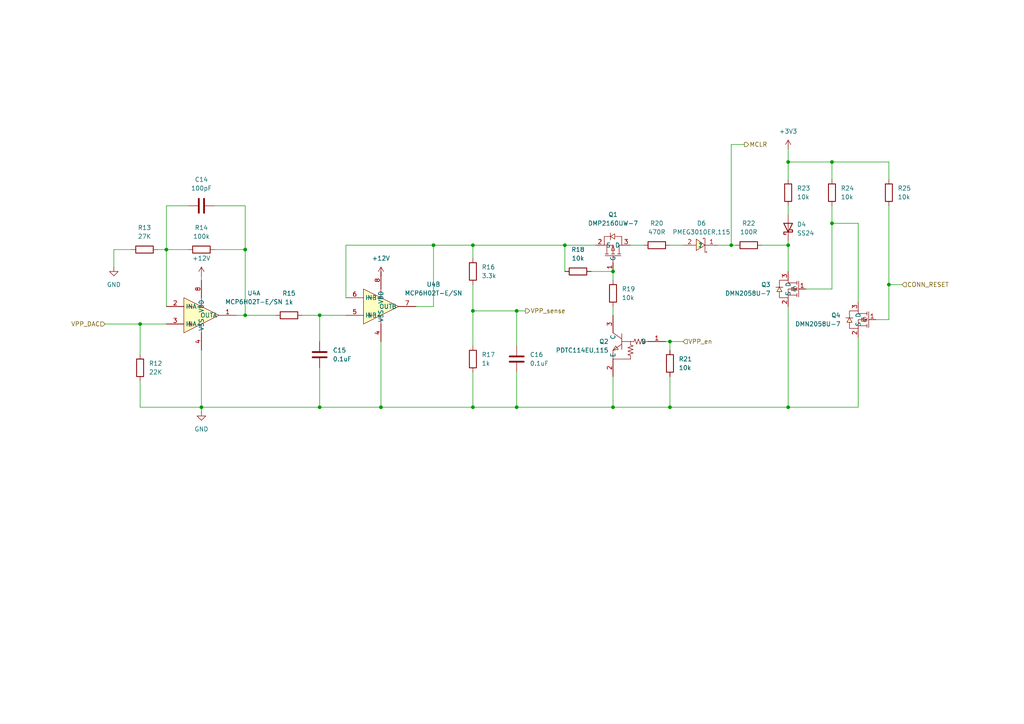
<source format=kicad_sch>
(kicad_sch (version 20250114) (generator "eeschema") (generator_version "9.0")
  (paper "A4")
  (lib_symbols
    (symbol "Device:C" (pin_numbers (hide yes)) (pin_names (offset 0.254))
      (property "Reference" "C" (at 0.635 2.54 0))
      (property "Value" "C" (at 0.635 -2.54 0))
      (symbol "C_0_1"
        (polyline (pts (xy -2.032 0.762) (xy 2.032 0.762)) (stroke (width 0.508)))
        (polyline (pts (xy -2.032 -0.762) (xy 2.032 -0.762)) (stroke (width 0.508)))
      )
      (symbol "C_1_1"
        (pin passive line (at 0 3.81 270) (length 2.794) (name "~") (number "1"))
        (pin passive line (at 0 -3.81 90) (length 2.794) (name "~") (number "2"))
      )
    )
    (symbol "Device:R" (pin_numbers (hide yes)) (pin_names (offset 0))
      (property "Reference" "R" (at 2.032 0 90))
      (property "Value" "R" (at 0 0 90))
      (symbol "R_0_1"
        (rectangle (start -1.016 -2.54) (end 1.016 2.54) (stroke (width 0.254)))
      )
      (symbol "R_1_1"
        (pin passive line (at 0 3.81 270) (length 1.27) (name "~") (number "1"))
        (pin passive line (at 0 -3.81 90) (length 1.27) (name "~") (number "2"))
      )
    )
    (symbol "Diode:SS24" (pin_numbers (hide yes)) (pin_names (offset 1.016) (hide yes))
      (property "Reference" "D" (at 0 2.54 0))
      (property "Value" "SS24" (at 0 -2.54 0))
      (symbol "SS24_0_1"
        (polyline (pts (xy -1.905 0.635) (xy -1.905 1.27) (xy -1.27 1.27) (xy -1.27 -1.27) (xy -0.635 -1.27) (xy -0.635 -0.635)) (stroke (width 0.254)))
        (polyline (pts (xy 1.27 1.27) (xy 1.27 -1.27) (xy -1.27 0) (xy 1.27 1.27)) (stroke (width 0.254)))
        (polyline (pts (xy 1.27 0) (xy -1.27 0)))
      )
      (symbol "SS24_1_1"
        (pin passive line (at -3.81 0 0) (length 2.54) (name "K") (number "1"))
        (pin passive line (at 3.81 0 180) (length 2.54) (name "A") (number "2"))
      )
    )
    (symbol "ICs:MCP6H02T-E_SN"
      (property "Reference" "U" (at 0 15.24 0))
      (property "Value" "MCP6H02T-E/SN" (at 0 -15.24 0))
      (symbol "MCP6H02T-E_SN_0_1"
        (polyline (pts (xy -5.08 -5.08) (xy 5.08 0) (xy -5.08 5.08) (xy -5.08 -5.08)) (fill (type background)))
        (polyline (pts (xy -4.06 2.54) (xy -2.54 2.54)))
        (polyline (pts (xy -4.06 -2.54) (xy -2.54 -2.54)))
        (polyline (pts (xy -3.3 -1.78) (xy -3.3 -3.3)))
        (polyline (pts (xy 0 5.08) (xy 0 2.54)))
        (polyline (pts (xy 0 -2.54) (xy 0 -5.08)))
        (pin power_in line (at 0 10.16 270) (length 5.08) (name "VDD") (number "8"))
        (pin power_in line (at 0 -10.16 90) (length 5.08) (name "VSS") (number "4"))
      )
      (symbol "MCP6H02T-E_SN_1_1"
        (pin unspecified line (at -10.16 2.54 0) (length 5.08) (name "INA-") (number "2"))
        (pin unspecified line (at -10.16 -2.54 0) (length 5.08) (name "INA+") (number "3"))
        (pin output line (at 10.16 0 180) (length 5.08) (name "OUTA") (number "1"))
      )
      (symbol "MCP6H02T-E_SN_2_1"
        (pin unspecified line (at -10.16 2.54 0) (length 5.08) (name "INB-") (number "6"))
        (pin unspecified line (at -10.16 -2.54 0) (length 5.08) (name "INB+") (number "5"))
        (pin output line (at 10.16 0 180) (length 5.08) (name "OUTB") (number "7"))
      )
    )
    (symbol "Passive:PMEG3010ER,115"
      (property "Reference" "D" (at 0 5.08 0))
      (property "Value" "PMEG3010ER,115" (at 0 -5.08 0))
      (symbol "PMEG3010ER,115_0_1"
        (polyline (pts (xy -1.27 0) (xy -1.27 2.03) (xy -1.78 2.03) (xy -1.78 1.78)))
        (polyline (pts (xy -1.27 0) (xy -1.27 -2.03) (xy -0.76 -2.03) (xy -0.76 -1.78)))
        (polyline (pts (xy 1.27 1.52) (xy -1.27 0) (xy 1.27 -1.78) (xy 1.27 1.52)) (fill (type background)))
        (pin unspecified line (at -5.08 0 0) (length 3.81) (name "1") (number "1"))
        (pin unspecified line (at 5.08 0 180) (length 3.81) (name "2") (number "2"))
      )
    )
    (symbol "Transistors:DMN2058U-7"
      (property "Reference" "Q" (at 0 10.16 0))
      (property "Value" "DMN2058U-7" (at 0 -10.16 0))
      (symbol "DMN2058U-7_0_1"
        (polyline (pts (xy -1.78 2.29) (xy -1.78 -2.29)))
        (polyline (pts (xy -1.27 2.29) (xy -1.27 1.27)))
        (polyline (pts (xy -1.27 1.78) (xy 1.27 1.78) (xy 1.27 2.54) (xy 3.81 2.54) (xy 3.81 0.51)))
        (polyline (pts (xy -1.27 0) (xy 0.25 -0.51) (xy 0.25 0.51) (xy -1.27 0)) (fill (type background)))
        (polyline (pts (xy -1.27 0) (xy 1.27 0) (xy 1.27 -2.54) (xy 3.81 -2.54) (xy 3.81 -0.76)))
        (polyline (pts (xy -1.27 -0.51) (xy -1.27 0.51)))
        (polyline (pts (xy -1.27 -2.29) (xy -1.27 -1.27)))
        (polyline (pts (xy 1.27 -1.78) (xy -1.27 -1.78)))
        (polyline (pts (xy 3.81 0.51) (xy 3.05 -0.76) (xy 4.57 -0.76) (xy 3.81 0.51)) (fill (type background)))
        (polyline (pts (xy 4.83 0.51) (xy 4.32 0.51) (xy 3.3 0.51) (xy 2.79 0.51)))
        (pin unspecified line (at -3.81 0 0) (length 2.032) (name "G") (number "1"))
        (pin unspecified line (at 1.27 5.08 270) (length 2.54) (name "D") (number "3"))
        (pin unspecified line (at 1.27 -5.08 90) (length 2.54) (name "S") (number "2"))
      )
    )
    (symbol "Transistors:DMP2160UW-7"
      (property "Reference" "Q" (at 0 10.16 0))
      (property "Value" "DMP2160UW-7" (at 0 -10.16 0))
      (symbol "DMP2160UW-7_0_1"
        (polyline (pts (xy -2.54 0) (xy -0.51 0)))
        (polyline (pts (xy -0.51 2.29) (xy -0.51 -2.29)))
        (polyline (pts (xy 0 2.29) (xy 0 1.27)))
        (polyline (pts (xy 0 1.78) (xy 2.54 1.78) (xy 2.54 2.54) (xy 5.08 2.54) (xy 5.08 0.51)))
        (polyline (pts (xy 0 0) (xy 2.54 0) (xy 2.54 -2.54) (xy 5.08 -2.54) (xy 5.08 -0.76)))
        (polyline (pts (xy 0 -0.51) (xy 0 0.51)))
        (polyline (pts (xy 0 -2.29) (xy 0 -1.27)))
        (polyline (pts (xy 2.54 0) (xy 1.02 -0.51) (xy 1.02 0.51) (xy 2.54 0)) (fill (type background)))
        (polyline (pts (xy 2.54 -1.78) (xy 0 -1.78)))
        (polyline (pts (xy 5.08 -0.76) (xy 4.32 0.51) (xy 5.84 0.51) (xy 5.08 -0.76)) (fill (type background)))
        (polyline (pts (xy 6.1 -0.76) (xy 5.59 -0.76) (xy 4.57 -0.76) (xy 4.06 -0.76)))
        (pin unspecified line (at -5.08 0 0) (length 2.54) (name "G") (number "1"))
        (pin unspecified line (at 2.54 5.08 270) (length 2.54) (name "D") (number "3"))
        (pin unspecified line (at 2.54 -5.08 90) (length 2.54) (name "S") (number "2"))
      )
    )
    (symbol "Transistors:PDTC114EU,115"
      (property "Reference" "Q" (at 0 13.97 0))
      (property "Value" "PDTC114EU,115" (at 0 -13.97 0))
      (symbol "PDTC114EU,115_0_1"
        (polyline (pts (xy -2.54 1.27) (xy -1.52 1.27) (xy -1.27 0.51) (xy -0.76 2.03) (xy -0.25 0.51) (xy 0.25 2.03) (xy 0.76 0.51) (xy 1.27 2.03) (xy 1.52 1.27) (xy 2.54 1.27) (xy 5.08 1.27)))
        (polyline (pts (xy 2.54 -3.81) (xy 2.54 -2.79) (xy 3.3 -2.54) (xy 1.78 -2.03) (xy 3.3 -1.52) (xy 1.78 -1.02) (xy 3.3 -0.51) (xy 1.78 0) (xy 2.54 0.25) (xy 2.54 1.27)))
        (polyline (pts (xy 5.08 2.03) (xy 7.62 3.81)))
        (polyline (pts (xy 5.08 -1.02) (xy 5.08 3.56)))
        (polyline (pts (xy 5.84 0) (xy 5.08 0.51)))
        (polyline (pts (xy 5.84 0) (xy 7.62 -1.27) (xy 7.62 -3.81) (xy 2.54 -3.81)))
        (polyline (pts (xy 7.62 -1.27) (xy 6.1 -1.02) (xy 6.86 0) (xy 7.62 -1.27)) (fill (type background)))
        (pin unspecified line (at -7.62 1.27 0) (length 5.08) (name "B") (number "1"))
        (pin unspecified line (at 7.62 8.89 270) (length 5.08) (name "C") (number "3"))
        (pin unspecified line (at 7.62 -8.89 90) (length 5.08) (name "E") (number "2"))
      )
    )
    (symbol "power:+12V" (power) (pin_numbers (hide yes)) (pin_names (offset 0) (hide yes))
      (property "Value" "+12V" (at 0 3.556 0))
      (symbol "+12V_0_1"
        (polyline (pts (xy -0.762 1.27) (xy 0 2.54)))
        (polyline (pts (xy 0 2.54) (xy 0.762 1.27)))
        (polyline (pts (xy 0 0) (xy 0 2.54)))
      )
      (symbol "+12V_1_1"
        (pin power_in line (at 0 0 90) (length 0) (name "~") (number "1"))
      )
    )
    (symbol "power:+3V3" (power) (pin_numbers (hide yes)) (pin_names (offset 0) (hide yes))
      (property "Value" "+3V3" (at 0 3.556 0))
      (symbol "+3V3_0_1"
        (polyline (pts (xy -0.762 1.27) (xy 0 2.54)))
        (polyline (pts (xy 0 2.54) (xy 0.762 1.27)))
        (polyline (pts (xy 0 0) (xy 0 2.54)))
      )
      (symbol "+3V3_1_1"
        (pin power_in line (at 0 0 90) (length 0) (name "~") (number "1"))
      )
    )
    (symbol "power:GND" (power) (pin_numbers (hide yes)) (pin_names (offset 0) (hide yes))
      (property "Value" "GND" (at 0 -3.81 0))
      (symbol "GND_0_1"
        (polyline (pts (xy 0 0) (xy 0 -1.27) (xy 1.27 -1.27) (xy 0 -2.54) (xy -1.27 -1.27) (xy 0 -1.27)))
      )
      (symbol "GND_1_1"
        (pin power_in line (at 0 0 270) (length 0) (name "~") (number "1"))
      )
    )
  )
  (junction (at 163.83 71.12))
  (junction (at 212.09 71.12))
  (junction (at 71.12 72.39))
  (junction (at 241.3 64.77))
  (junction (at 137.16 71.12))
  (junction (at 149.86 118.11))
  (junction (at 194.31 118.11))
  (junction (at 241.3 46.99))
  (junction (at 71.12 91.44))
  (junction (at 149.86 90.17))
  (junction (at 228.6 118.11))
  (junction (at 92.71 118.11))
  (junction (at 48.26 72.39))
  (junction (at 92.71 91.44))
  (junction (at 194.31 99.06))
  (junction (at 257.81 82.55))
  (junction (at 177.8 118.11))
  (junction (at 125.73 71.12))
  (junction (at 137.16 90.17))
  (junction (at 177.8 78.74))
  (junction (at 58.42 118.11))
  (junction (at 110.49 118.11))
  (junction (at 228.6 46.99))
  (junction (at 228.6 71.12))
  (junction (at 40.64 93.98))
  (junction (at 137.16 118.11))
  (wire (pts (xy 58.42 118.11) (xy 40.64 118.11)))
  (wire (pts (xy 163.83 78.74) (xy 163.83 71.12)))
  (wire (pts (xy 92.71 91.44) (xy 100.33 91.44)))
  (wire (pts (xy 33.02 77.47) (xy 33.02 72.39)))
  (wire (pts (xy 30.48 93.98) (xy 40.64 93.98)))
  (wire (pts (xy 248.92 118.11) (xy 228.6 118.11)))
  (wire (pts (xy 198.12 99.06) (xy 194.31 99.06)))
  (wire (pts (xy 92.71 118.11) (xy 110.49 118.11)))
  (wire (pts (xy 257.81 46.99) (xy 257.81 52.07)))
  (wire (pts (xy 48.26 59.69) (xy 54.61 59.69)))
  (wire (pts (xy 228.6 71.12) (xy 228.6 69.85)))
  (wire (pts (xy 228.6 118.11) (xy 194.31 118.11)))
  (wire (pts (xy 198.12 71.12) (xy 194.31 71.12)))
  (wire (pts (xy 177.8 81.28) (xy 177.8 78.74)))
  (wire (pts (xy 92.71 106.68) (xy 92.71 118.11)))
  (wire (pts (xy 194.31 118.11) (xy 194.31 109.22)))
  (wire (pts (xy 48.26 72.39) (xy 54.61 72.39)))
  (wire (pts (xy 149.86 90.17) (xy 149.86 100.33)))
  (wire (pts (xy 110.49 118.11) (xy 137.16 118.11)))
  (wire (pts (xy 228.6 43.18) (xy 228.6 46.99)))
  (wire (pts (xy 45.72 72.39) (xy 48.26 72.39)))
  (wire (pts (xy 248.92 87.63) (xy 248.92 64.77)))
  (wire (pts (xy 228.6 46.99) (xy 228.6 52.07)))
  (wire (pts (xy 228.6 59.69) (xy 228.6 62.23)))
  (wire (pts (xy 100.33 71.12) (xy 100.33 86.36)))
  (wire (pts (xy 137.16 107.95) (xy 137.16 118.11)))
  (wire (pts (xy 48.26 59.69) (xy 48.26 72.39)))
  (wire (pts (xy 228.6 88.9) (xy 228.6 118.11)))
  (wire (pts (xy 149.86 90.17) (xy 137.16 90.17)))
  (wire (pts (xy 71.12 91.44) (xy 80.01 91.44)))
  (wire (pts (xy 171.45 78.74) (xy 177.8 78.74)))
  (wire (pts (xy 58.42 118.11) (xy 92.71 118.11)))
  (wire (pts (xy 233.68 83.82) (xy 241.3 83.82)))
  (wire (pts (xy 137.16 118.11) (xy 149.86 118.11)))
  (wire (pts (xy 213.36 71.12) (xy 212.09 71.12)))
  (wire (pts (xy 228.6 78.74) (xy 228.6 71.12)))
  (wire (pts (xy 40.64 93.98) (xy 48.26 93.98)))
  (wire (pts (xy 137.16 90.17) (xy 137.16 100.33)))
  (wire (pts (xy 137.16 74.93) (xy 137.16 71.12)))
  (wire (pts (xy 248.92 64.77) (xy 241.3 64.77)))
  (wire (pts (xy 71.12 72.39) (xy 71.12 91.44)))
  (wire (pts (xy 125.73 71.12) (xy 100.33 71.12)))
  (wire (pts (xy 220.98 71.12) (xy 228.6 71.12)))
  (wire (pts (xy 248.92 97.79) (xy 248.92 118.11)))
  (wire (pts (xy 261.62 82.55) (xy 257.81 82.55)))
  (wire (pts (xy 62.23 72.39) (xy 71.12 72.39)))
  (wire (pts (xy 137.16 82.55) (xy 137.16 90.17)))
  (wire (pts (xy 58.42 118.11) (xy 58.42 101.6)))
  (wire (pts (xy 241.3 83.82) (xy 241.3 64.77)))
  (wire (pts (xy 149.86 107.95) (xy 149.86 118.11)))
  (wire (pts (xy 120.65 88.9) (xy 125.73 88.9)))
  (wire (pts (xy 177.8 88.9) (xy 177.8 91.44)))
  (wire (pts (xy 177.8 109.22) (xy 177.8 118.11)))
  (wire (pts (xy 125.73 88.9) (xy 125.73 71.12)))
  (wire (pts (xy 194.31 99.06) (xy 194.31 101.6)))
  (wire (pts (xy 182.88 71.12) (xy 186.69 71.12)))
  (wire (pts (xy 257.81 92.71) (xy 257.81 82.55)))
  (wire (pts (xy 58.42 119.38) (xy 58.42 118.11)))
  (wire (pts (xy 241.3 46.99) (xy 241.3 52.07)))
  (wire (pts (xy 87.63 91.44) (xy 92.71 91.44)))
  (wire (pts (xy 257.81 92.71) (xy 254 92.71)))
  (wire (pts (xy 149.86 118.11) (xy 177.8 118.11)))
  (wire (pts (xy 48.26 88.9) (xy 48.26 72.39)))
  (wire (pts (xy 257.81 82.55) (xy 257.81 59.69)))
  (wire (pts (xy 241.3 46.99) (xy 257.81 46.99)))
  (wire (pts (xy 110.49 99.06) (xy 110.49 118.11)))
  (wire (pts (xy 212.09 41.91) (xy 212.09 71.12)))
  (wire (pts (xy 92.71 91.44) (xy 92.71 99.06)))
  (wire (pts (xy 208.28 71.12) (xy 212.09 71.12)))
  (wire (pts (xy 62.23 59.69) (xy 71.12 59.69)))
  (wire (pts (xy 177.8 118.11) (xy 194.31 118.11)))
  (wire (pts (xy 137.16 71.12) (xy 125.73 71.12)))
  (wire (pts (xy 68.58 91.44) (xy 71.12 91.44)))
  (wire (pts (xy 58.42 80.01) (xy 58.42 81.28)))
  (wire (pts (xy 163.83 71.12) (xy 137.16 71.12)))
  (wire (pts (xy 110.49 80.01) (xy 110.49 78.74)))
  (wire (pts (xy 152.4 90.17) (xy 149.86 90.17)))
  (wire (pts (xy 228.6 46.99) (xy 241.3 46.99)))
  (wire (pts (xy 241.3 64.77) (xy 241.3 59.69)))
  (wire (pts (xy 33.02 72.39) (xy 38.1 72.39)))
  (wire (pts (xy 71.12 59.69) (xy 71.12 72.39)))
  (wire (pts (xy 163.83 71.12) (xy 172.72 71.12)))
  (wire (pts (xy 212.09 41.91) (xy 215.9 41.91)))
  (wire (pts (xy 40.64 118.11) (xy 40.64 110.49)))
  (wire (pts (xy 194.31 99.06) (xy 193.04 99.06)))
  (wire (pts (xy 40.64 93.98) (xy 40.64 102.87)))
  (hierarchical_label "VPP_en" (shape input) (at 198.12 99.06 0))
  (hierarchical_label "VPP_sense" (shape output) (at 152.4 90.17 0))
  (hierarchical_label "VPP_DAC" (shape input) (at 30.48 93.98 180))
  (hierarchical_label "MCLR" (shape output) (at 215.9 41.91 0))
  (hierarchical_label "CONN_RESET" (shape input) (at 261.62 82.55 0))
  (symbol (lib_id "Device:R") (at 83.82 91.44 270) (unit 1)
    (property "Reference" "R15" (at 83.82 85.09 90))
    (property "Value" "1k" (at 83.82 87.63 90))
    (property "Footprint" "Resistor_SMD:R_0603_1608Metric" (effects (hide yes)))
    (property "Description" "Resistor" (effects (hide yes)))
  )
  (symbol (lib_id "Device:R") (at 228.6 55.88 180) (unit 1)
    (property "Reference" "R23" (at 231.14 54.6099 0) (effects (justify right)))
    (property "Value" "10k" (at 231.14 57.1499 0) (effects (justify right)))
    (property "Footprint" "Resistor_SMD:R_0603_1608Metric" (effects (hide yes)))
    (property "Description" "Resistor" (effects (hide yes)))
  )
  (symbol (lib_id "Device:R") (at 167.64 78.74 270) (unit 1)
    (property "Reference" "R18" (at 167.64 72.39 90))
    (property "Value" "10k" (at 167.64 74.93 90))
    (property "Footprint" "Resistor_SMD:R_0603_1608Metric" (effects (hide yes)))
    (property "Description" "Resistor" (effects (hide yes)))
  )
  (symbol (lib_id "Transistors:DMP2160UW-7") (at 177.8 73.66 270) (mirror x) (unit 1)
    (property "Reference" "Q1" (at 177.8 62.23 90))
    (property "Value" "DMP2160UW-7" (at 177.8 64.77 90))
    (property "Footprint" "Package_TO_SOT_SMD:SOT-323_SC-70" (effects (hide yes)))
    (property "Datasheet" "https://lcsc.com/product-detail/MOSFET_Diodes-Incorporated_DMP2160UW-7_Diodes-Incorporated-DMP2160UW-7_C99272.html" (effects (hide yes)))
    (property "LCSC Part" "C99272" (effects (hide yes)))
  )
  (symbol (lib_id "Device:R") (at 241.3 55.88 180) (unit 1)
    (property "Reference" "R24" (at 243.84 54.6099 0) (effects (justify right)))
    (property "Value" "10k" (at 243.84 57.1499 0) (effects (justify right)))
    (property "Footprint" "Resistor_SMD:R_0603_1608Metric" (effects (hide yes)))
    (property "Description" "Resistor" (effects (hide yes)))
  )
  (symbol (lib_id "Device:R") (at 217.17 71.12 90) (unit 1)
    (property "Reference" "R22" (at 217.17 64.77 90))
    (property "Value" "100R" (at 217.17 67.31 90))
    (property "Footprint" "Resistor_SMD:R_0603_1608Metric" (effects (hide yes)))
    (property "Description" "Resistor" (effects (hide yes)))
  )
  (symbol (lib_id "power:GND") (at 58.42 119.38 0) (mirror y) (unit 1)
    (property "Reference" "#PWR014" (effects (hide yes)))
    (property "Value" "GND" (at 58.42 124.46 0))
    (property "Description" "Power symbol creates a global label with name \"GND\" , ground" (effects (hide yes)))
  )
  (symbol (lib_id "Device:C") (at 58.42 59.69 270) (unit 1)
    (property "Reference" "C14" (at 58.42 52.07 90))
    (property "Value" "100pF" (at 58.42 54.61 90))
    (property "Footprint" "Capacitor_SMD:C_0603_1608Metric" (effects (hide yes)))
    (property "Description" "Unpolarized capacitor" (effects (hide yes)))
  )
  (symbol (lib_id "Device:R") (at 190.5 71.12 90) (unit 1)
    (property "Reference" "R20" (at 190.5 64.77 90))
    (property "Value" "470R" (at 190.5 67.31 90))
    (property "Footprint" "Resistor_SMD:R_0603_1608Metric" (effects (hide yes)))
    (property "Description" "Resistor" (effects (hide yes)))
  )
  (symbol (lib_id "Device:R") (at 257.81 55.88 180) (unit 1)
    (property "Reference" "R25" (at 260.35 54.6099 0) (effects (justify right)))
    (property "Value" "10k" (at 260.35 57.1499 0) (effects (justify right)))
    (property "Footprint" "Resistor_SMD:R_0603_1608Metric" (effects (hide yes)))
    (property "Description" "Resistor" (effects (hide yes)))
  )
  (symbol (lib_id "power:+3V3") (at 228.6 43.18 0) (unit 1)
    (property "Reference" "#PWR016" (effects (hide yes)))
    (property "Value" "+3V3" (at 228.6 38.1 0))
    (property "Description" "Power symbol creates a global label with name \"+3V3\"" (effects (hide yes)))
  )
  (symbol (lib_id "Transistors:PDTC114EU,115") (at 185.42 100.33 0) (mirror y) (unit 1)
    (property "Reference" "Q2" (at 176.53 99.0599 0) (effects (justify left)))
    (property "Value" "PDTC114EU,115" (at 176.53 101.5999 0) (effects (justify left)))
    (property "Footprint" "Package_TO_SOT_SMD:SOT-323_SC-70" (effects (hide yes)))
    (property "Datasheet" "https://lcsc.com/product-detail/Digital-Transistors_NXP_PDTC114EU-115_PDTC114EU-115_C135830.html" (effects (hide yes)))
    (property "LCSC Part" "C135830" (effects (hide yes)))
  )
  (symbol (lib_id "Device:R") (at 137.16 78.74 0) (unit 1)
    (property "Reference" "R16" (at 139.7 77.4699 0) (effects (justify left)))
    (property "Value" "3.3k" (at 139.7 80.0099 0) (effects (justify left)))
    (property "Footprint" "Resistor_SMD:R_0603_1608Metric" (effects (hide yes)))
    (property "Description" "Resistor" (effects (hide yes)))
  )
  (symbol (lib_id "Passive:PMEG3010ER,115") (at 203.2 71.12 180) (unit 1)
    (property "Reference" "D6" (at 203.455 64.77 0))
    (property "Value" "PMEG3010ER,115" (at 203.455 67.31 0))
    (property "Footprint" "Diode_SMD:D_SOD-123" (effects (hide yes)))
    (property "Datasheet" "https://lcsc.com/product-detail/Schottky-Barrier-Diodes-SBD_Nexperia-PMEG3010ER-115_C456106.html" (effects (hide yes)))
    (property "LCSC Part" "C456106" (effects (hide yes)))
  )
  (symbol (lib_id "Transistors:DMN2058U-7") (at 229.87 83.82 0) (mirror y) (unit 1)
    (property "Reference" "Q3" (at 223.52 82.5499 0) (effects (justify left)))
    (property "Value" "DMN2058U-7" (at 223.52 85.0899 0) (effects (justify left)))
    (property "Footprint" "Package_TO_SOT_SMD:SOT-23" (effects (hide yes)))
    (property "Datasheet" "https://lcsc.com/product-detail/MOSFET_Diodes-Incorporated-DMN2058U-7_C461001.html" (effects (hide yes)))
    (property "LCSC Part" "C461001" (effects (hide yes)))
  )
  (symbol (lib_id "Device:R") (at 177.8 85.09 180) (unit 1)
    (property "Reference" "R19" (at 180.34 83.8199 0) (effects (justify right)))
    (property "Value" "10k" (at 180.34 86.3599 0) (effects (justify right)))
    (property "Footprint" "Resistor_SMD:R_0603_1608Metric" (effects (hide yes)))
    (property "Description" "Resistor" (effects (hide yes)))
  )
  (symbol (lib_id "power:GND") (at 33.02 77.47 0) (mirror y) (unit 1)
    (property "Reference" "#PWR012" (effects (hide yes)))
    (property "Value" "GND" (at 33.02 82.55 0))
    (property "Description" "Power symbol creates a global label with name \"GND\" , ground" (effects (hide yes)))
  )
  (symbol (lib_id "Device:R") (at 58.42 72.39 90) (unit 1)
    (property "Reference" "R14" (at 58.42 66.04 90))
    (property "Value" "100k" (at 58.42 68.58 90))
    (property "Footprint" "Resistor_SMD:R_0603_1608Metric" (effects (hide yes)))
    (property "Description" "Resistor" (effects (hide yes)))
  )
  (symbol (lib_id "Device:R") (at 41.91 72.39 90) (unit 1)
    (property "Reference" "R13" (at 41.91 66.04 90))
    (property "Value" "27K" (at 41.91 68.58 90))
    (property "Footprint" "Resistor_SMD:R_0603_1608Metric" (effects (hide yes)))
    (property "Description" "Resistor" (effects (hide yes)))
  )
  (symbol (lib_id "Device:R") (at 137.16 104.14 0) (unit 1)
    (property "Reference" "R17" (at 139.7 102.8699 0) (effects (justify left)))
    (property "Value" "1k" (at 139.7 105.4099 0) (effects (justify left)))
    (property "Footprint" "Resistor_SMD:R_0603_1608Metric" (effects (hide yes)))
    (property "Description" "Resistor" (effects (hide yes)))
  )
  (symbol (lib_id "ICs:MCP6H02T-E_SN") (at 110.49 88.9 0) (unit 2)
    (property "Reference" "U4" (at 125.73 82.4798 0))
    (property "Value" "MCP6H02T-E/SN" (at 125.73 85.0198 0))
    (property "Footprint" "Package_SO:SOIC-8_3.9x4.9mm_P1.27mm" (effects (hide yes)))
    (property "Datasheet" "https://lcsc.com/product-detail/General-Purpose-Amplifiers_MICROCHIP_MCP6H02T-E-SN_MCP6H02T-E-SN_C126788.html" (effects (hide yes)))
    (property "LCSC Part" "C126788" (effects (hide yes)))
  )
  (symbol (lib_id "Diode:SS24") (at 228.6 66.04 90) (unit 1)
    (property "Reference" "D4" (at 231.14 65.0874 90) (effects (justify right)))
    (property "Value" "SS24" (at 231.14 67.6274 90) (effects (justify right)))
    (property "Footprint" "Diode_SMD:D_SMA" (effects (hide yes)))
    (property "Datasheet" "https://www.vishay.com/docs/88748/ss22.pdf" (effects (hide yes)))
    (property "Description" "40V 2A Schottky Diode, SMA" (effects (hide yes)))
  )
  (symbol (lib_id "ICs:MCP6H02T-E_SN") (at 58.42 91.44 0) (unit 1)
    (property "Reference" "U4" (at 73.66 85.0198 0))
    (property "Value" "MCP6H02T-E/SN" (at 73.66 87.5598 0))
    (property "Footprint" "Package_SO:SOIC-8_3.9x4.9mm_P1.27mm" (effects (hide yes)))
    (property "Datasheet" "https://lcsc.com/product-detail/General-Purpose-Amplifiers_MICROCHIP_MCP6H02T-E-SN_MCP6H02T-E-SN_C126788.html" (effects (hide yes)))
    (property "LCSC Part" "C126788" (effects (hide yes)))
  )
  (symbol (lib_id "power:+12V") (at 58.42 80.01 0) (unit 1)
    (property "Reference" "#PWR013" (effects (hide yes)))
    (property "Value" "+12V" (at 58.42 74.93 0))
    (property "Description" "Power symbol creates a global label with name \"+12V\"" (effects (hide yes)))
  )
  (symbol (lib_id "Device:C") (at 149.86 104.14 0) (unit 1)
    (property "Reference" "C16" (at 153.67 102.8699 0) (effects (justify left)))
    (property "Value" "0.1uF" (at 153.67 105.4099 0) (effects (justify left)))
    (property "Footprint" "Capacitor_SMD:C_0603_1608Metric" (effects (hide yes)))
    (property "Description" "Unpolarized capacitor" (effects (hide yes)))
  )
  (symbol (lib_id "Device:C") (at 92.71 102.87 0) (unit 1)
    (property "Reference" "C15" (at 96.52 101.5999 0) (effects (justify left)))
    (property "Value" "0.1uF" (at 96.52 104.1399 0) (effects (justify left)))
    (property "Footprint" "Capacitor_SMD:C_0603_1608Metric" (effects (hide yes)))
    (property "Description" "Unpolarized capacitor" (effects (hide yes)))
  )
  (symbol (lib_id "Device:R") (at 194.31 105.41 180) (unit 1)
    (property "Reference" "R21" (at 196.85 104.1399 0) (effects (justify right)))
    (property "Value" "10k" (at 196.85 106.6799 0) (effects (justify right)))
    (property "Footprint" "Resistor_SMD:R_0603_1608Metric" (effects (hide yes)))
    (property "Description" "Resistor" (effects (hide yes)))
  )
  (symbol (lib_id "power:+12V") (at 110.49 80.01 0) (unit 1)
    (property "Reference" "#PWR015" (effects (hide yes)))
    (property "Value" "+12V" (at 110.49 74.93 0))
    (property "Description" "Power symbol creates a global label with name \"+12V\"" (effects (hide yes)))
  )
  (symbol (lib_id "Device:R") (at 40.64 106.68 180) (unit 1)
    (property "Reference" "R12" (at 43.18 105.4099 0) (effects (justify right)))
    (property "Value" "22K" (at 43.18 107.9499 0) (effects (justify right)))
    (property "Footprint" "Resistor_SMD:R_0603_1608Metric" (effects (hide yes)))
    (property "Description" "Resistor" (effects (hide yes)))
  )
  (symbol (lib_id "Transistors:DMN2058U-7") (at 250.19 92.71 0) (mirror y) (unit 1)
    (property "Reference" "Q4" (at 243.84 91.4399 0) (effects (justify left)))
    (property "Value" "DMN2058U-7" (at 243.84 93.9799 0) (effects (justify left)))
    (property "Footprint" "Package_TO_SOT_SMD:SOT-23" (effects (hide yes)))
    (property "Datasheet" "https://lcsc.com/product-detail/MOSFET_Diodes-Incorporated-DMN2058U-7_C461001.html" (effects (hide yes)))
    (property "LCSC Part" "C461001" (effects (hide yes)))
  )
)
</source>
